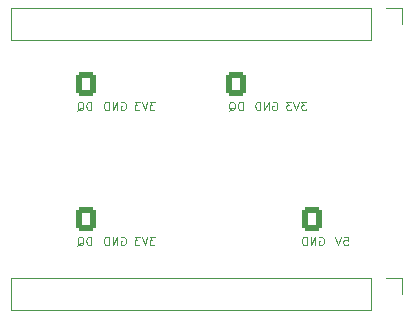
<source format=gbr>
G04 #@! TF.GenerationSoftware,KiCad,Pcbnew,9.0.0*
G04 #@! TF.CreationDate,2025-04-11T23:40:49+02:00*
G04 #@! TF.ProjectId,1-Wire HAT for WT32-ETH01,312d5769-7265-4204-9841-5420666f7220,rev?*
G04 #@! TF.SameCoordinates,Original*
G04 #@! TF.FileFunction,Legend,Bot*
G04 #@! TF.FilePolarity,Positive*
%FSLAX46Y46*%
G04 Gerber Fmt 4.6, Leading zero omitted, Abs format (unit mm)*
G04 Created by KiCad (PCBNEW 9.0.0) date 2025-04-11 23:40:49*
%MOMM*%
%LPD*%
G01*
G04 APERTURE LIST*
G04 Aperture macros list*
%AMRoundRect*
0 Rectangle with rounded corners*
0 $1 Rounding radius*
0 $2 $3 $4 $5 $6 $7 $8 $9 X,Y pos of 4 corners*
0 Add a 4 corners polygon primitive as box body*
4,1,4,$2,$3,$4,$5,$6,$7,$8,$9,$2,$3,0*
0 Add four circle primitives for the rounded corners*
1,1,$1+$1,$2,$3*
1,1,$1+$1,$4,$5*
1,1,$1+$1,$6,$7*
1,1,$1+$1,$8,$9*
0 Add four rect primitives between the rounded corners*
20,1,$1+$1,$2,$3,$4,$5,0*
20,1,$1+$1,$4,$5,$6,$7,0*
20,1,$1+$1,$6,$7,$8,$9,0*
20,1,$1+$1,$8,$9,$2,$3,0*%
G04 Aperture macros list end*
%ADD10C,0.100000*%
%ADD11C,0.120000*%
%ADD12C,1.600000*%
%ADD13O,1.600000X1.600000*%
%ADD14RoundRect,0.250000X-0.600000X-0.750000X0.600000X-0.750000X0.600000X0.750000X-0.600000X0.750000X0*%
%ADD15O,1.700000X2.000000*%
%ADD16RoundRect,0.250000X-0.600000X-0.725000X0.600000X-0.725000X0.600000X0.725000X-0.600000X0.725000X0*%
%ADD17O,1.700000X1.950000*%
%ADD18R,1.700000X1.700000*%
%ADD19O,1.700000X1.700000*%
G04 APERTURE END LIST*
D10*
X106852544Y-108545133D02*
X106852544Y-107845133D01*
X106852544Y-107845133D02*
X106685877Y-107845133D01*
X106685877Y-107845133D02*
X106585877Y-107878466D01*
X106585877Y-107878466D02*
X106519211Y-107945133D01*
X106519211Y-107945133D02*
X106485877Y-108011800D01*
X106485877Y-108011800D02*
X106452544Y-108145133D01*
X106452544Y-108145133D02*
X106452544Y-108245133D01*
X106452544Y-108245133D02*
X106485877Y-108378466D01*
X106485877Y-108378466D02*
X106519211Y-108445133D01*
X106519211Y-108445133D02*
X106585877Y-108511800D01*
X106585877Y-108511800D02*
X106685877Y-108545133D01*
X106685877Y-108545133D02*
X106852544Y-108545133D01*
X105685877Y-108611800D02*
X105752544Y-108578466D01*
X105752544Y-108578466D02*
X105819211Y-108511800D01*
X105819211Y-108511800D02*
X105919211Y-108411800D01*
X105919211Y-108411800D02*
X105985877Y-108378466D01*
X105985877Y-108378466D02*
X106052544Y-108378466D01*
X106019211Y-108545133D02*
X106085877Y-108511800D01*
X106085877Y-108511800D02*
X106152544Y-108445133D01*
X106152544Y-108445133D02*
X106185877Y-108311800D01*
X106185877Y-108311800D02*
X106185877Y-108078466D01*
X106185877Y-108078466D02*
X106152544Y-107945133D01*
X106152544Y-107945133D02*
X106085877Y-107878466D01*
X106085877Y-107878466D02*
X106019211Y-107845133D01*
X106019211Y-107845133D02*
X105885877Y-107845133D01*
X105885877Y-107845133D02*
X105819211Y-107878466D01*
X105819211Y-107878466D02*
X105752544Y-107945133D01*
X105752544Y-107945133D02*
X105719211Y-108078466D01*
X105719211Y-108078466D02*
X105719211Y-108311800D01*
X105719211Y-108311800D02*
X105752544Y-108445133D01*
X105752544Y-108445133D02*
X105819211Y-108511800D01*
X105819211Y-108511800D02*
X105885877Y-108545133D01*
X105885877Y-108545133D02*
X106019211Y-108545133D01*
X128236211Y-119275133D02*
X128569544Y-119275133D01*
X128569544Y-119275133D02*
X128602877Y-119608466D01*
X128602877Y-119608466D02*
X128569544Y-119575133D01*
X128569544Y-119575133D02*
X128502877Y-119541800D01*
X128502877Y-119541800D02*
X128336211Y-119541800D01*
X128336211Y-119541800D02*
X128269544Y-119575133D01*
X128269544Y-119575133D02*
X128236211Y-119608466D01*
X128236211Y-119608466D02*
X128202877Y-119675133D01*
X128202877Y-119675133D02*
X128202877Y-119841800D01*
X128202877Y-119841800D02*
X128236211Y-119908466D01*
X128236211Y-119908466D02*
X128269544Y-119941800D01*
X128269544Y-119941800D02*
X128336211Y-119975133D01*
X128336211Y-119975133D02*
X128502877Y-119975133D01*
X128502877Y-119975133D02*
X128569544Y-119941800D01*
X128569544Y-119941800D02*
X128602877Y-119908466D01*
X128002877Y-119275133D02*
X127769544Y-119975133D01*
X127769544Y-119975133D02*
X127536210Y-119275133D01*
X109406877Y-107878466D02*
X109473544Y-107845133D01*
X109473544Y-107845133D02*
X109573544Y-107845133D01*
X109573544Y-107845133D02*
X109673544Y-107878466D01*
X109673544Y-107878466D02*
X109740211Y-107945133D01*
X109740211Y-107945133D02*
X109773544Y-108011800D01*
X109773544Y-108011800D02*
X109806877Y-108145133D01*
X109806877Y-108145133D02*
X109806877Y-108245133D01*
X109806877Y-108245133D02*
X109773544Y-108378466D01*
X109773544Y-108378466D02*
X109740211Y-108445133D01*
X109740211Y-108445133D02*
X109673544Y-108511800D01*
X109673544Y-108511800D02*
X109573544Y-108545133D01*
X109573544Y-108545133D02*
X109506877Y-108545133D01*
X109506877Y-108545133D02*
X109406877Y-108511800D01*
X109406877Y-108511800D02*
X109373544Y-108478466D01*
X109373544Y-108478466D02*
X109373544Y-108245133D01*
X109373544Y-108245133D02*
X109506877Y-108245133D01*
X109073544Y-108545133D02*
X109073544Y-107845133D01*
X109073544Y-107845133D02*
X108673544Y-108545133D01*
X108673544Y-108545133D02*
X108673544Y-107845133D01*
X108340211Y-108545133D02*
X108340211Y-107845133D01*
X108340211Y-107845133D02*
X108173544Y-107845133D01*
X108173544Y-107845133D02*
X108073544Y-107878466D01*
X108073544Y-107878466D02*
X108006878Y-107945133D01*
X108006878Y-107945133D02*
X107973544Y-108011800D01*
X107973544Y-108011800D02*
X107940211Y-108145133D01*
X107940211Y-108145133D02*
X107940211Y-108245133D01*
X107940211Y-108245133D02*
X107973544Y-108378466D01*
X107973544Y-108378466D02*
X108006878Y-108445133D01*
X108006878Y-108445133D02*
X108073544Y-108511800D01*
X108073544Y-108511800D02*
X108173544Y-108545133D01*
X108173544Y-108545133D02*
X108340211Y-108545133D01*
X112253211Y-107845133D02*
X111819877Y-107845133D01*
X111819877Y-107845133D02*
X112053211Y-108111800D01*
X112053211Y-108111800D02*
X111953211Y-108111800D01*
X111953211Y-108111800D02*
X111886544Y-108145133D01*
X111886544Y-108145133D02*
X111853211Y-108178466D01*
X111853211Y-108178466D02*
X111819877Y-108245133D01*
X111819877Y-108245133D02*
X111819877Y-108411800D01*
X111819877Y-108411800D02*
X111853211Y-108478466D01*
X111853211Y-108478466D02*
X111886544Y-108511800D01*
X111886544Y-108511800D02*
X111953211Y-108545133D01*
X111953211Y-108545133D02*
X112153211Y-108545133D01*
X112153211Y-108545133D02*
X112219877Y-108511800D01*
X112219877Y-108511800D02*
X112253211Y-108478466D01*
X111619877Y-107845133D02*
X111386544Y-108545133D01*
X111386544Y-108545133D02*
X111153210Y-107845133D01*
X110986544Y-107845133D02*
X110553210Y-107845133D01*
X110553210Y-107845133D02*
X110786544Y-108111800D01*
X110786544Y-108111800D02*
X110686544Y-108111800D01*
X110686544Y-108111800D02*
X110619877Y-108145133D01*
X110619877Y-108145133D02*
X110586544Y-108178466D01*
X110586544Y-108178466D02*
X110553210Y-108245133D01*
X110553210Y-108245133D02*
X110553210Y-108411800D01*
X110553210Y-108411800D02*
X110586544Y-108478466D01*
X110586544Y-108478466D02*
X110619877Y-108511800D01*
X110619877Y-108511800D02*
X110686544Y-108545133D01*
X110686544Y-108545133D02*
X110886544Y-108545133D01*
X110886544Y-108545133D02*
X110953210Y-108511800D01*
X110953210Y-108511800D02*
X110986544Y-108478466D01*
X122233877Y-107878466D02*
X122300544Y-107845133D01*
X122300544Y-107845133D02*
X122400544Y-107845133D01*
X122400544Y-107845133D02*
X122500544Y-107878466D01*
X122500544Y-107878466D02*
X122567211Y-107945133D01*
X122567211Y-107945133D02*
X122600544Y-108011800D01*
X122600544Y-108011800D02*
X122633877Y-108145133D01*
X122633877Y-108145133D02*
X122633877Y-108245133D01*
X122633877Y-108245133D02*
X122600544Y-108378466D01*
X122600544Y-108378466D02*
X122567211Y-108445133D01*
X122567211Y-108445133D02*
X122500544Y-108511800D01*
X122500544Y-108511800D02*
X122400544Y-108545133D01*
X122400544Y-108545133D02*
X122333877Y-108545133D01*
X122333877Y-108545133D02*
X122233877Y-108511800D01*
X122233877Y-108511800D02*
X122200544Y-108478466D01*
X122200544Y-108478466D02*
X122200544Y-108245133D01*
X122200544Y-108245133D02*
X122333877Y-108245133D01*
X121900544Y-108545133D02*
X121900544Y-107845133D01*
X121900544Y-107845133D02*
X121500544Y-108545133D01*
X121500544Y-108545133D02*
X121500544Y-107845133D01*
X121167211Y-108545133D02*
X121167211Y-107845133D01*
X121167211Y-107845133D02*
X121000544Y-107845133D01*
X121000544Y-107845133D02*
X120900544Y-107878466D01*
X120900544Y-107878466D02*
X120833878Y-107945133D01*
X120833878Y-107945133D02*
X120800544Y-108011800D01*
X120800544Y-108011800D02*
X120767211Y-108145133D01*
X120767211Y-108145133D02*
X120767211Y-108245133D01*
X120767211Y-108245133D02*
X120800544Y-108378466D01*
X120800544Y-108378466D02*
X120833878Y-108445133D01*
X120833878Y-108445133D02*
X120900544Y-108511800D01*
X120900544Y-108511800D02*
X121000544Y-108545133D01*
X121000544Y-108545133D02*
X121167211Y-108545133D01*
X109406877Y-119308466D02*
X109473544Y-119275133D01*
X109473544Y-119275133D02*
X109573544Y-119275133D01*
X109573544Y-119275133D02*
X109673544Y-119308466D01*
X109673544Y-119308466D02*
X109740211Y-119375133D01*
X109740211Y-119375133D02*
X109773544Y-119441800D01*
X109773544Y-119441800D02*
X109806877Y-119575133D01*
X109806877Y-119575133D02*
X109806877Y-119675133D01*
X109806877Y-119675133D02*
X109773544Y-119808466D01*
X109773544Y-119808466D02*
X109740211Y-119875133D01*
X109740211Y-119875133D02*
X109673544Y-119941800D01*
X109673544Y-119941800D02*
X109573544Y-119975133D01*
X109573544Y-119975133D02*
X109506877Y-119975133D01*
X109506877Y-119975133D02*
X109406877Y-119941800D01*
X109406877Y-119941800D02*
X109373544Y-119908466D01*
X109373544Y-119908466D02*
X109373544Y-119675133D01*
X109373544Y-119675133D02*
X109506877Y-119675133D01*
X109073544Y-119975133D02*
X109073544Y-119275133D01*
X109073544Y-119275133D02*
X108673544Y-119975133D01*
X108673544Y-119975133D02*
X108673544Y-119275133D01*
X108340211Y-119975133D02*
X108340211Y-119275133D01*
X108340211Y-119275133D02*
X108173544Y-119275133D01*
X108173544Y-119275133D02*
X108073544Y-119308466D01*
X108073544Y-119308466D02*
X108006878Y-119375133D01*
X108006878Y-119375133D02*
X107973544Y-119441800D01*
X107973544Y-119441800D02*
X107940211Y-119575133D01*
X107940211Y-119575133D02*
X107940211Y-119675133D01*
X107940211Y-119675133D02*
X107973544Y-119808466D01*
X107973544Y-119808466D02*
X108006878Y-119875133D01*
X108006878Y-119875133D02*
X108073544Y-119941800D01*
X108073544Y-119941800D02*
X108173544Y-119975133D01*
X108173544Y-119975133D02*
X108340211Y-119975133D01*
X125080211Y-107845133D02*
X124646877Y-107845133D01*
X124646877Y-107845133D02*
X124880211Y-108111800D01*
X124880211Y-108111800D02*
X124780211Y-108111800D01*
X124780211Y-108111800D02*
X124713544Y-108145133D01*
X124713544Y-108145133D02*
X124680211Y-108178466D01*
X124680211Y-108178466D02*
X124646877Y-108245133D01*
X124646877Y-108245133D02*
X124646877Y-108411800D01*
X124646877Y-108411800D02*
X124680211Y-108478466D01*
X124680211Y-108478466D02*
X124713544Y-108511800D01*
X124713544Y-108511800D02*
X124780211Y-108545133D01*
X124780211Y-108545133D02*
X124980211Y-108545133D01*
X124980211Y-108545133D02*
X125046877Y-108511800D01*
X125046877Y-108511800D02*
X125080211Y-108478466D01*
X124446877Y-107845133D02*
X124213544Y-108545133D01*
X124213544Y-108545133D02*
X123980210Y-107845133D01*
X123813544Y-107845133D02*
X123380210Y-107845133D01*
X123380210Y-107845133D02*
X123613544Y-108111800D01*
X123613544Y-108111800D02*
X123513544Y-108111800D01*
X123513544Y-108111800D02*
X123446877Y-108145133D01*
X123446877Y-108145133D02*
X123413544Y-108178466D01*
X123413544Y-108178466D02*
X123380210Y-108245133D01*
X123380210Y-108245133D02*
X123380210Y-108411800D01*
X123380210Y-108411800D02*
X123413544Y-108478466D01*
X123413544Y-108478466D02*
X123446877Y-108511800D01*
X123446877Y-108511800D02*
X123513544Y-108545133D01*
X123513544Y-108545133D02*
X123713544Y-108545133D01*
X123713544Y-108545133D02*
X123780210Y-108511800D01*
X123780210Y-108511800D02*
X123813544Y-108478466D01*
X119679544Y-108545133D02*
X119679544Y-107845133D01*
X119679544Y-107845133D02*
X119512877Y-107845133D01*
X119512877Y-107845133D02*
X119412877Y-107878466D01*
X119412877Y-107878466D02*
X119346211Y-107945133D01*
X119346211Y-107945133D02*
X119312877Y-108011800D01*
X119312877Y-108011800D02*
X119279544Y-108145133D01*
X119279544Y-108145133D02*
X119279544Y-108245133D01*
X119279544Y-108245133D02*
X119312877Y-108378466D01*
X119312877Y-108378466D02*
X119346211Y-108445133D01*
X119346211Y-108445133D02*
X119412877Y-108511800D01*
X119412877Y-108511800D02*
X119512877Y-108545133D01*
X119512877Y-108545133D02*
X119679544Y-108545133D01*
X118512877Y-108611800D02*
X118579544Y-108578466D01*
X118579544Y-108578466D02*
X118646211Y-108511800D01*
X118646211Y-108511800D02*
X118746211Y-108411800D01*
X118746211Y-108411800D02*
X118812877Y-108378466D01*
X118812877Y-108378466D02*
X118879544Y-108378466D01*
X118846211Y-108545133D02*
X118912877Y-108511800D01*
X118912877Y-108511800D02*
X118979544Y-108445133D01*
X118979544Y-108445133D02*
X119012877Y-108311800D01*
X119012877Y-108311800D02*
X119012877Y-108078466D01*
X119012877Y-108078466D02*
X118979544Y-107945133D01*
X118979544Y-107945133D02*
X118912877Y-107878466D01*
X118912877Y-107878466D02*
X118846211Y-107845133D01*
X118846211Y-107845133D02*
X118712877Y-107845133D01*
X118712877Y-107845133D02*
X118646211Y-107878466D01*
X118646211Y-107878466D02*
X118579544Y-107945133D01*
X118579544Y-107945133D02*
X118546211Y-108078466D01*
X118546211Y-108078466D02*
X118546211Y-108311800D01*
X118546211Y-108311800D02*
X118579544Y-108445133D01*
X118579544Y-108445133D02*
X118646211Y-108511800D01*
X118646211Y-108511800D02*
X118712877Y-108545133D01*
X118712877Y-108545133D02*
X118846211Y-108545133D01*
X112253211Y-119275133D02*
X111819877Y-119275133D01*
X111819877Y-119275133D02*
X112053211Y-119541800D01*
X112053211Y-119541800D02*
X111953211Y-119541800D01*
X111953211Y-119541800D02*
X111886544Y-119575133D01*
X111886544Y-119575133D02*
X111853211Y-119608466D01*
X111853211Y-119608466D02*
X111819877Y-119675133D01*
X111819877Y-119675133D02*
X111819877Y-119841800D01*
X111819877Y-119841800D02*
X111853211Y-119908466D01*
X111853211Y-119908466D02*
X111886544Y-119941800D01*
X111886544Y-119941800D02*
X111953211Y-119975133D01*
X111953211Y-119975133D02*
X112153211Y-119975133D01*
X112153211Y-119975133D02*
X112219877Y-119941800D01*
X112219877Y-119941800D02*
X112253211Y-119908466D01*
X111619877Y-119275133D02*
X111386544Y-119975133D01*
X111386544Y-119975133D02*
X111153210Y-119275133D01*
X110986544Y-119275133D02*
X110553210Y-119275133D01*
X110553210Y-119275133D02*
X110786544Y-119541800D01*
X110786544Y-119541800D02*
X110686544Y-119541800D01*
X110686544Y-119541800D02*
X110619877Y-119575133D01*
X110619877Y-119575133D02*
X110586544Y-119608466D01*
X110586544Y-119608466D02*
X110553210Y-119675133D01*
X110553210Y-119675133D02*
X110553210Y-119841800D01*
X110553210Y-119841800D02*
X110586544Y-119908466D01*
X110586544Y-119908466D02*
X110619877Y-119941800D01*
X110619877Y-119941800D02*
X110686544Y-119975133D01*
X110686544Y-119975133D02*
X110886544Y-119975133D01*
X110886544Y-119975133D02*
X110953210Y-119941800D01*
X110953210Y-119941800D02*
X110986544Y-119908466D01*
X106852544Y-119975133D02*
X106852544Y-119275133D01*
X106852544Y-119275133D02*
X106685877Y-119275133D01*
X106685877Y-119275133D02*
X106585877Y-119308466D01*
X106585877Y-119308466D02*
X106519211Y-119375133D01*
X106519211Y-119375133D02*
X106485877Y-119441800D01*
X106485877Y-119441800D02*
X106452544Y-119575133D01*
X106452544Y-119575133D02*
X106452544Y-119675133D01*
X106452544Y-119675133D02*
X106485877Y-119808466D01*
X106485877Y-119808466D02*
X106519211Y-119875133D01*
X106519211Y-119875133D02*
X106585877Y-119941800D01*
X106585877Y-119941800D02*
X106685877Y-119975133D01*
X106685877Y-119975133D02*
X106852544Y-119975133D01*
X105685877Y-120041800D02*
X105752544Y-120008466D01*
X105752544Y-120008466D02*
X105819211Y-119941800D01*
X105819211Y-119941800D02*
X105919211Y-119841800D01*
X105919211Y-119841800D02*
X105985877Y-119808466D01*
X105985877Y-119808466D02*
X106052544Y-119808466D01*
X106019211Y-119975133D02*
X106085877Y-119941800D01*
X106085877Y-119941800D02*
X106152544Y-119875133D01*
X106152544Y-119875133D02*
X106185877Y-119741800D01*
X106185877Y-119741800D02*
X106185877Y-119508466D01*
X106185877Y-119508466D02*
X106152544Y-119375133D01*
X106152544Y-119375133D02*
X106085877Y-119308466D01*
X106085877Y-119308466D02*
X106019211Y-119275133D01*
X106019211Y-119275133D02*
X105885877Y-119275133D01*
X105885877Y-119275133D02*
X105819211Y-119308466D01*
X105819211Y-119308466D02*
X105752544Y-119375133D01*
X105752544Y-119375133D02*
X105719211Y-119508466D01*
X105719211Y-119508466D02*
X105719211Y-119741800D01*
X105719211Y-119741800D02*
X105752544Y-119875133D01*
X105752544Y-119875133D02*
X105819211Y-119941800D01*
X105819211Y-119941800D02*
X105885877Y-119975133D01*
X105885877Y-119975133D02*
X106019211Y-119975133D01*
X126170877Y-119308466D02*
X126237544Y-119275133D01*
X126237544Y-119275133D02*
X126337544Y-119275133D01*
X126337544Y-119275133D02*
X126437544Y-119308466D01*
X126437544Y-119308466D02*
X126504211Y-119375133D01*
X126504211Y-119375133D02*
X126537544Y-119441800D01*
X126537544Y-119441800D02*
X126570877Y-119575133D01*
X126570877Y-119575133D02*
X126570877Y-119675133D01*
X126570877Y-119675133D02*
X126537544Y-119808466D01*
X126537544Y-119808466D02*
X126504211Y-119875133D01*
X126504211Y-119875133D02*
X126437544Y-119941800D01*
X126437544Y-119941800D02*
X126337544Y-119975133D01*
X126337544Y-119975133D02*
X126270877Y-119975133D01*
X126270877Y-119975133D02*
X126170877Y-119941800D01*
X126170877Y-119941800D02*
X126137544Y-119908466D01*
X126137544Y-119908466D02*
X126137544Y-119675133D01*
X126137544Y-119675133D02*
X126270877Y-119675133D01*
X125837544Y-119975133D02*
X125837544Y-119275133D01*
X125837544Y-119275133D02*
X125437544Y-119975133D01*
X125437544Y-119975133D02*
X125437544Y-119275133D01*
X125104211Y-119975133D02*
X125104211Y-119275133D01*
X125104211Y-119275133D02*
X124937544Y-119275133D01*
X124937544Y-119275133D02*
X124837544Y-119308466D01*
X124837544Y-119308466D02*
X124770878Y-119375133D01*
X124770878Y-119375133D02*
X124737544Y-119441800D01*
X124737544Y-119441800D02*
X124704211Y-119575133D01*
X124704211Y-119575133D02*
X124704211Y-119675133D01*
X124704211Y-119675133D02*
X124737544Y-119808466D01*
X124737544Y-119808466D02*
X124770878Y-119875133D01*
X124770878Y-119875133D02*
X124837544Y-119941800D01*
X124837544Y-119941800D02*
X124937544Y-119975133D01*
X124937544Y-119975133D02*
X125104211Y-119975133D01*
D11*
X100040000Y-125460000D02*
X100040000Y-122800000D01*
X130580000Y-122800000D02*
X100040000Y-122800000D01*
X130580000Y-125460000D02*
X100040000Y-125460000D01*
X130580000Y-125460000D02*
X130580000Y-122800000D01*
X133180000Y-122800000D02*
X131850000Y-122800000D01*
X133180000Y-124130000D02*
X133180000Y-122800000D01*
X100040000Y-102600000D02*
X100040000Y-99940000D01*
X130580000Y-99940000D02*
X100040000Y-99940000D01*
X130580000Y-102600000D02*
X100040000Y-102600000D01*
X130580000Y-102600000D02*
X130580000Y-99940000D01*
X133180000Y-99940000D02*
X131850000Y-99940000D01*
X133180000Y-101270000D02*
X133180000Y-99940000D01*
%LPC*%
D12*
X103910000Y-112700000D03*
D13*
X114070000Y-112700000D03*
D14*
X125540000Y-117780000D03*
D15*
X128040000Y-117780000D03*
D16*
X119150000Y-106350000D03*
D17*
X121650000Y-106350000D03*
X124150000Y-106350000D03*
D16*
X106450000Y-106350000D03*
D17*
X108950000Y-106350000D03*
X111450000Y-106350000D03*
D18*
X133120000Y-119050000D03*
D19*
X133120000Y-116510000D03*
X133120000Y-113970000D03*
X133120000Y-111430000D03*
X133120000Y-108890000D03*
X133120000Y-106350000D03*
D16*
X106450000Y-117780000D03*
D17*
X108950000Y-117780000D03*
X111450000Y-117780000D03*
D18*
X128045000Y-112700000D03*
D19*
X125505000Y-112700000D03*
D18*
X120420000Y-120320000D03*
D19*
X120420000Y-117780000D03*
X120420000Y-115240000D03*
D18*
X131850000Y-124130000D03*
D19*
X129310000Y-124130000D03*
X126770000Y-124130000D03*
X124230000Y-124130000D03*
X121690000Y-124130000D03*
X119150000Y-124130000D03*
X116610000Y-124130000D03*
X114070000Y-124130000D03*
X111530000Y-124130000D03*
X108990000Y-124130000D03*
X106450000Y-124130000D03*
X103910000Y-124130000D03*
X101370000Y-124130000D03*
D18*
X131850000Y-101270000D03*
D19*
X129310000Y-101270000D03*
X126770000Y-101270000D03*
X124230000Y-101270000D03*
X121690000Y-101270000D03*
X119150000Y-101270000D03*
X116610000Y-101270000D03*
X114070000Y-101270000D03*
X111530000Y-101270000D03*
X108990000Y-101270000D03*
X106450000Y-101270000D03*
X103910000Y-101270000D03*
X101370000Y-101270000D03*
%LPD*%
M02*

</source>
